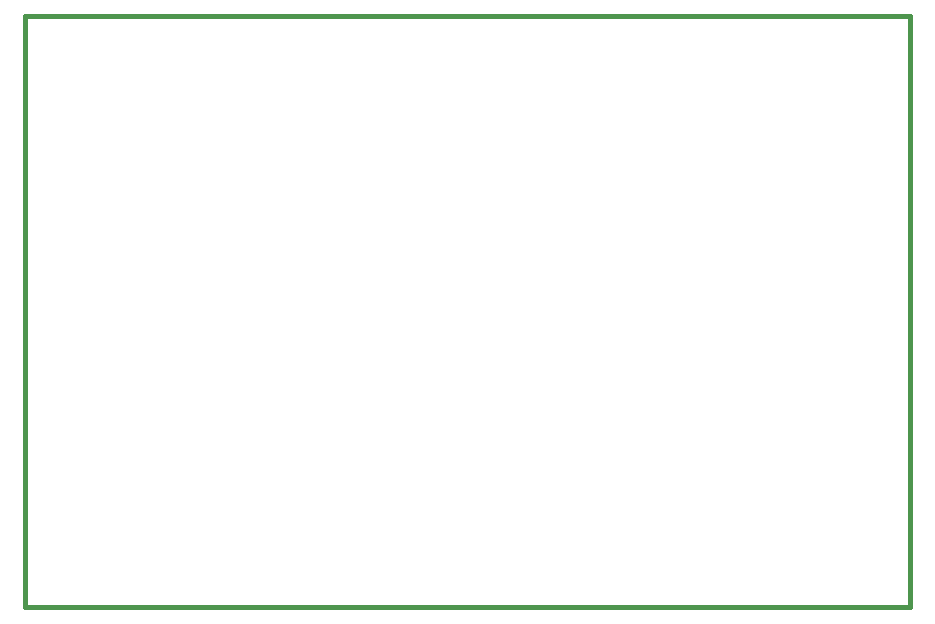
<source format=gm1>
G04 #@! TF.FileFunction,Profile,NP*
%FSLAX46Y46*%
G04 Gerber Fmt 4.6, Leading zero omitted, Abs format (unit mm)*
G04 Created by KiCad (PCBNEW 4.0.0-rc1-stable) date 09/10/2015 1:57:46 PM*
%MOMM*%
G01*
G04 APERTURE LIST*
%ADD10C,0.150000*%
%ADD11C,0.381000*%
G04 APERTURE END LIST*
D10*
D11*
X38696900Y-35966400D02*
X38696900Y-36017200D01*
X113703100Y-35966400D02*
X38696900Y-35966400D01*
X113703100Y-85953600D02*
X113703100Y-35966400D01*
X38696900Y-85953600D02*
X113703100Y-85953600D01*
X38696900Y-35966400D02*
X38696900Y-85953600D01*
M02*

</source>
